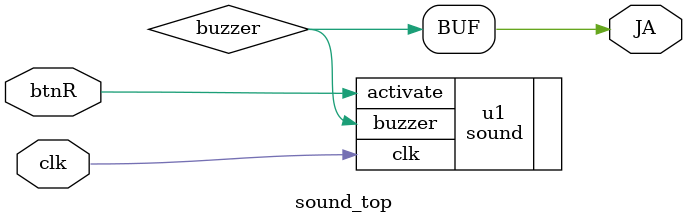
<source format=v>
`timescale 1ns / 1ps


module sound_top(
    input clk,
    input btnR,
    
    output reg JA
    );

wire buzzer;

assign buzzer = JA;

sound u1 (
.clk(clk),
.activate(btnR),
.buzzer(buzzer)
);
    
endmodule

</source>
